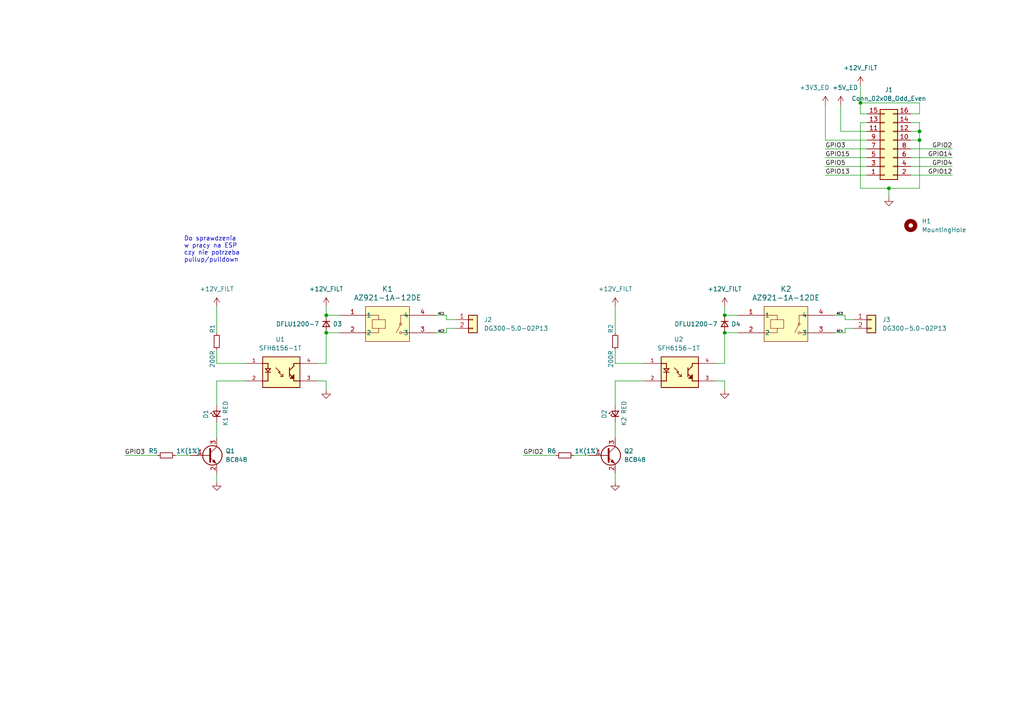
<source format=kicad_sch>
(kicad_sch (version 20211123) (generator eeschema)
  (paper "A4")
  (lib_symbols
    (symbol "+3V3_ED_1" (power) (in_bom no) (on_board no)
      (property "Value" "+3V3_ED_1" (at 0 5.08 0))
      (symbol "+3V3_ED_1_0_1"
        (polyline (pts (xy -0.762 1.27) (xy 0 2.54)))
        (polyline (pts (xy 0 0) (xy 0 2.54)))
        (polyline (pts (xy 0 2.54) (xy 0.762 1.27)))
      )
      (symbol "+3V3_ED_1_1_1"
        (pin power_in line (at 0 0 90) (length 0) hide (name "+3V3_ED") (number "1"))
      )
    )
    (symbol "Connector_Generic:Conn_01x02" (pin_names (offset 1.016) hide)
      (property "Reference" "J" (at 0 2.54 0))
      (property "Value" "Conn_01x02" (at 0 -5.08 0))
      (symbol "Conn_01x02_1_1"
        (rectangle (start -1.27 -2.413) (end 0 -2.667) (stroke (width 0.1524)))
        (rectangle (start -1.27 0.127) (end 0 -0.127) (stroke (width 0.1524)))
        (rectangle (start -1.27 1.27) (end 1.27 -3.81) (stroke (width 0.254)) (fill (type background)))
        (pin passive line (at -5.08 0 0) (length 3.81) (name "Pin_1") (number "1"))
        (pin passive line (at -5.08 -2.54 0) (length 3.81) (name "Pin_2") (number "2"))
      )
    )
    (symbol "Connector_Generic:Conn_02x08_Odd_Even" (pin_names (offset 1.016) hide)
      (property "Reference" "J" (at 1.27 10.16 0))
      (property "Value" "Conn_02x08_Odd_Even" (at 1.27 -12.7 0))
      (symbol "Conn_02x08_Odd_Even_1_1"
        (rectangle (start -1.27 -10.033) (end 0 -10.287) (stroke (width 0.1524)))
        (rectangle (start -1.27 -7.493) (end 0 -7.747) (stroke (width 0.1524)))
        (rectangle (start -1.27 -4.953) (end 0 -5.207) (stroke (width 0.1524)))
        (rectangle (start -1.27 -2.413) (end 0 -2.667) (stroke (width 0.1524)))
        (rectangle (start -1.27 0.127) (end 0 -0.127) (stroke (width 0.1524)))
        (rectangle (start -1.27 2.667) (end 0 2.413) (stroke (width 0.1524)))
        (rectangle (start -1.27 5.207) (end 0 4.953) (stroke (width 0.1524)))
        (rectangle (start -1.27 7.747) (end 0 7.493) (stroke (width 0.1524)))
        (rectangle (start -1.27 8.89) (end 3.81 -11.43) (stroke (width 0.254)) (fill (type background)))
        (rectangle (start 3.81 -10.033) (end 2.54 -10.287) (stroke (width 0.1524)))
        (rectangle (start 3.81 -7.493) (end 2.54 -7.747) (stroke (width 0.1524)))
        (rectangle (start 3.81 -4.953) (end 2.54 -5.207) (stroke (width 0.1524)))
        (rectangle (start 3.81 -2.413) (end 2.54 -2.667) (stroke (width 0.1524)))
        (rectangle (start 3.81 0.127) (end 2.54 -0.127) (stroke (width 0.1524)))
        (rectangle (start 3.81 2.667) (end 2.54 2.413) (stroke (width 0.1524)))
        (rectangle (start 3.81 5.207) (end 2.54 4.953) (stroke (width 0.1524)))
        (rectangle (start 3.81 7.747) (end 2.54 7.493) (stroke (width 0.1524)))
        (pin passive line (at -5.08 7.62 0) (length 3.81) (name "Pin_1") (number "1"))
        (pin passive line (at 7.62 -2.54 180) (length 3.81) (name "Pin_10") (number "10"))
        (pin passive line (at -5.08 -5.08 0) (length 3.81) (name "Pin_11") (number "11"))
        (pin passive line (at 7.62 -5.08 180) (length 3.81) (name "Pin_12") (number "12"))
        (pin passive line (at -5.08 -7.62 0) (length 3.81) (name "Pin_13") (number "13"))
        (pin passive line (at 7.62 -7.62 180) (length 3.81) (name "Pin_14") (number "14"))
        (pin passive line (at -5.08 -10.16 0) (length 3.81) (name "Pin_15") (number "15"))
        (pin passive line (at 7.62 -10.16 180) (length 3.81) (name "Pin_16") (number "16"))
        (pin passive line (at 7.62 7.62 180) (length 3.81) (name "Pin_2") (number "2"))
        (pin passive line (at -5.08 5.08 0) (length 3.81) (name "Pin_3") (number "3"))
        (pin passive line (at 7.62 5.08 180) (length 3.81) (name "Pin_4") (number "4"))
        (pin passive line (at -5.08 2.54 0) (length 3.81) (name "Pin_5") (number "5"))
        (pin passive line (at 7.62 2.54 180) (length 3.81) (name "Pin_6") (number "6"))
        (pin passive line (at -5.08 0 0) (length 3.81) (name "Pin_7") (number "7"))
        (pin passive line (at 7.62 0 180) (length 3.81) (name "Pin_8") (number "8"))
        (pin passive line (at -5.08 -2.54 0) (length 3.81) (name "Pin_9") (number "9"))
      )
    )
    (symbol "Device:D_Small" (pin_numbers hide) (pin_names (offset 0.254) hide)
      (property "Reference" "D" (at -1.27 2.032 0))
      (property "Value" "D_Small" (at -3.81 -2.032 0))
      (symbol "D_Small_0_1"
        (polyline (pts (xy -0.762 -1.016) (xy -0.762 1.016)) (stroke (width 0.254)))
        (polyline (pts (xy -0.762 0) (xy 0.762 0)))
        (polyline (pts (xy 0.762 -1.016) (xy -0.762 0) (xy 0.762 1.016) (xy 0.762 -1.016)) (stroke (width 0.254)))
      )
      (symbol "D_Small_1_1"
        (pin passive line (at -2.54 0 0) (length 1.778) (name "K") (number "1"))
        (pin passive line (at 2.54 0 180) (length 1.778) (name "A") (number "2"))
      )
    )
    (symbol "Device:LED_Small" (pin_numbers hide) (pin_names (offset 0.254) hide)
      (property "Reference" "D" (at -1.27 3.175 0))
      (property "Value" "LED_Small" (at -4.445 -2.54 0))
      (symbol "LED_Small_0_1"
        (polyline (pts (xy -0.762 -1.016) (xy -0.762 1.016)) (stroke (width 0.254)))
        (polyline (pts (xy 1.016 0) (xy -0.762 0)))
        (polyline (pts (xy 0.762 -1.016) (xy -0.762 0) (xy 0.762 1.016) (xy 0.762 -1.016)) (stroke (width 0.254)))
        (polyline (pts (xy 0 0.762) (xy -0.508 1.27) (xy -0.254 1.27) (xy -0.508 1.27) (xy -0.508 1.016)))
        (polyline (pts (xy 0.508 1.27) (xy 0 1.778) (xy 0.254 1.778) (xy 0 1.778) (xy 0 1.524)))
      )
      (symbol "LED_Small_1_1"
        (pin passive line (at -2.54 0 0) (length 1.778) (name "K") (number "1"))
        (pin passive line (at 2.54 0 180) (length 1.778) (name "A") (number "2"))
      )
    )
    (symbol "Device:R_Small" (pin_numbers hide) (pin_names (offset 0.254) hide)
      (property "Reference" "R" (at 0.762 0.508 0))
      (property "Value" "R_Small" (at 0.762 -1.016 0))
      (symbol "R_Small_0_1"
        (rectangle (start -0.762 1.778) (end 0.762 -1.778) (stroke (width 0.2032)))
      )
      (symbol "R_Small_1_1"
        (pin passive line (at 0 2.54 270) (length 0.762) (name "~") (number "1"))
        (pin passive line (at 0 -2.54 90) (length 0.762) (name "~") (number "2"))
      )
    )
    (symbol "Mechanical:MountingHole" (pin_names (offset 1.016))
      (property "Reference" "H" (at 0 5.08 0))
      (property "Value" "MountingHole" (at 0 3.175 0))
      (symbol "MountingHole_0_1"
        (circle (center 0 0) (radius 1.27) (stroke (width 1.27)))
      )
    )
    (symbol "POWER:+12V_FILT" (power) (in_bom no) (on_board no)
      (property "Value" "+12V_FILT" (at 0 6.35 0))
      (symbol "+12V_FILT_0_1"
        (polyline (pts (xy -0.762 1.27) (xy 0 2.54)))
        (polyline (pts (xy 0 0) (xy 0 2.54)))
        (polyline (pts (xy 0 2.54) (xy 0.762 1.27)))
      )
      (symbol "+12V_FILT_1_1"
        (pin power_in line (at 0 0 90) (length 0) hide (name "+12V_FILT") (number "1"))
      )
    )
    (symbol "POWER:+5V_ED" (power) (in_bom no) (on_board no)
      (property "Value" "+5V_ED" (at 0 5.08 0))
      (symbol "+5V_ED_0_1"
        (polyline (pts (xy -0.762 1.27) (xy 0 2.54)))
        (polyline (pts (xy 0 0) (xy 0 2.54)))
        (polyline (pts (xy 0 2.54) (xy 0.762 1.27)))
      )
      (symbol "+5V_ED_1_1"
        (pin power_in line (at 0 0 90) (length 0) hide (name "+5V_ED") (number "1"))
      )
    )
    (symbol "SFH6156-1T:SFH6156-2T" (pin_names (offset 1.016))
      (property "Reference" "U" (at -5.08 5.715 0))
      (property "Value" "SFH6156-2T" (at -5.08 -5.715 0))
      (symbol "SFH6156-2T_0_0"
        (rectangle (start -5.08 5.715) (end 5.715 -3.175) (stroke (width 0.254)) (fill (type background)))
        (polyline (pts (xy -5.08 3.81) (xy -3.556 3.81)) (stroke (width 0.254)))
        (polyline (pts (xy -4.318 1.27) (xy -2.794 1.27)) (stroke (width 0.254)))
        (polyline (pts (xy -4.318 2.286) (xy -3.556 1.524)) (stroke (width 0.254)))
        (polyline (pts (xy -3.556 -1.27) (xy -5.08 -1.27)) (stroke (width 0.254)))
        (polyline (pts (xy -3.556 1.27) (xy -3.556 -1.27)) (stroke (width 0.254)))
        (polyline (pts (xy -3.556 1.524) (xy -2.794 2.286)) (stroke (width 0.254)))
        (polyline (pts (xy -3.556 2.286) (xy -4.318 2.286)) (stroke (width 0.254)))
        (polyline (pts (xy -3.556 2.286) (xy -2.794 2.286)) (stroke (width 0.254)))
        (polyline (pts (xy -3.556 3.81) (xy -3.556 2.286)) (stroke (width 0.254)))
        (polyline (pts (xy -1.27 2.54) (xy 0 1.27)) (stroke (width 0.2032)))
        (polyline (pts (xy -0.508 1.27) (xy 0.762 0)) (stroke (width 0.2032)))
        (polyline (pts (xy 0 1.27) (xy -0.508 1.27)) (stroke (width 0.2032)))
        (polyline (pts (xy 0.762 0) (xy 0 0)) (stroke (width 0.2032)))
        (polyline (pts (xy 0.762 0) (xy 0.762 0.762)) (stroke (width 0.2032)))
        (polyline (pts (xy 2.667 0.508) (xy 2.667 0)) (stroke (width 0.254)))
        (polyline (pts (xy 2.667 0.762) (xy 3.937 -0.508)) (stroke (width 0.254)))
        (polyline (pts (xy 2.667 1.778) (xy 2.667 0.508)) (stroke (width 0.254)))
        (polyline (pts (xy 2.667 1.778) (xy 2.667 2.54)) (stroke (width 0.254)))
        (polyline (pts (xy 2.921 -0.508) (xy 3.683 -0.508)) (stroke (width 0.254)))
        (polyline (pts (xy 3.175 -0.254) (xy 2.921 -0.508)) (stroke (width 0.254)))
        (polyline (pts (xy 3.175 -0.254) (xy 3.429 -0.254)) (stroke (width 0.254)))
        (polyline (pts (xy 3.429 -0.254) (xy 3.683 -0.508)) (stroke (width 0.254)))
        (polyline (pts (xy 3.683 -0.508) (xy 3.683 0)) (stroke (width 0.254)))
        (polyline (pts (xy 3.683 -0.508) (xy 3.937 -0.508)) (stroke (width 0.254)))
        (polyline (pts (xy 3.683 0) (xy 3.429 -0.254)) (stroke (width 0.254)))
        (polyline (pts (xy 3.683 0) (xy 3.937 0.254)) (stroke (width 0.254)))
        (polyline (pts (xy 3.937 -1.27) (xy 3.937 -0.508)) (stroke (width 0.254)))
        (polyline (pts (xy 3.937 -1.27) (xy 5.715 -1.27)) (stroke (width 0.254)))
        (polyline (pts (xy 3.937 -0.508) (xy 3.937 -0.254)) (stroke (width 0.254)))
        (polyline (pts (xy 3.937 -0.254) (xy 3.683 0)) (stroke (width 0.254)))
        (polyline (pts (xy 3.937 -0.254) (xy 3.937 0.254)) (stroke (width 0.254)))
        (polyline (pts (xy 3.937 0.254) (xy 3.937 0.508)) (stroke (width 0.254)))
        (polyline (pts (xy 3.937 0.508) (xy 3.175 -0.254)) (stroke (width 0.254)))
        (polyline (pts (xy 3.937 3.048) (xy 2.667 1.778)) (stroke (width 0.254)))
        (polyline (pts (xy 3.937 3.81) (xy 3.937 3.048)) (stroke (width 0.254)))
        (polyline (pts (xy 5.715 3.81) (xy 3.937 3.81)) (stroke (width 0.254)))
        (pin passive line (at -10.16 3.81 0) (length 5.08) (name "~") (number "1"))
        (pin passive line (at -10.16 -1.27 0) (length 5.08) (name "~") (number "2"))
        (pin passive line (at 10.795 -1.27 180) (length 5.08) (name "~") (number "3"))
        (pin passive line (at 10.795 3.81 180) (length 5.08) (name "~") (number "4"))
      )
    )
    (symbol "SIP4_AZ921_AMZ:AZ921-1A-5DE" (pin_names (offset 0.254))
      (property "Reference" "K" (at 13.97 7.62 0))
      (property "Value" "AZ921-1A-5DE" (at 15.24 5.08 0))
      (symbol "AZ921-1A-5DE_0_1"
        (polyline (pts (xy 7.62 -5.08) (xy 11.43 -5.08)) (stroke (width 0.127)))
        (polyline (pts (xy 7.62 0) (xy 11.43 0)) (stroke (width 0.127)))
        (polyline (pts (xy 9.525 -3.81) (xy 13.335 -3.81)) (stroke (width 0.127)))
        (polyline (pts (xy 9.525 -1.27) (xy 9.525 -3.81)) (stroke (width 0.127)))
        (polyline (pts (xy 11.43 -3.81) (xy 11.43 -5.08)) (stroke (width 0.127)))
        (polyline (pts (xy 11.43 0) (xy 11.43 -1.27)) (stroke (width 0.127)))
        (polyline (pts (xy 13.335 -3.81) (xy 13.335 -1.27)) (stroke (width 0.127)))
        (polyline (pts (xy 13.335 -1.27) (xy 9.525 -1.27)) (stroke (width 0.127)))
        (polyline (pts (xy 17.78 -2.54) (xy 16.51 -5.08)) (stroke (width 0.127)))
        (polyline (pts (xy 17.78 0) (xy 17.78 -2.2225)) (stroke (width 0.127)))
        (polyline (pts (xy 20.32 -5.08) (xy 18.0975 -5.08)) (stroke (width 0.127)))
        (polyline (pts (xy 20.32 0) (xy 17.78 0)) (stroke (width 0.127)))
        (rectangle (start 7.62 2.54) (end 20.32 -7.62) (fill (type background)))
        (circle (center 17.78 -5.08) (radius 0.3048) (stroke (width 0.127)))
        (circle (center 17.78 -2.54) (radius 0.3048) (stroke (width 0.127)))
        (pin unspecified line (at 0 0 0) (length 7.62) (name "1") (number "1"))
        (pin unspecified line (at 0 -5.08 0) (length 7.62) (name "2") (number "2"))
        (pin unspecified line (at 27.94 -5.08 180) (length 7.62) (name "3") (number "3"))
        (pin unspecified line (at 27.94 0 180) (length 7.62) (name "4") (number "4"))
      )
    )
    (symbol "Transistor_BJT:BC848" (pin_names (offset 0) hide)
      (property "Reference" "Q" (at 5.08 1.905 0))
      (property "Value" "BC848" (at 5.08 0 0))
      (symbol "BC848_0_1"
        (polyline (pts (xy 0.635 0.635) (xy 2.54 2.54)))
        (polyline (pts (xy 0.635 -0.635) (xy 2.54 -2.54) (xy 2.54 -2.54)))
        (polyline (pts (xy 0.635 1.905) (xy 0.635 -1.905) (xy 0.635 -1.905)) (stroke (width 0.508)))
        (polyline (pts (xy 1.27 -1.778) (xy 1.778 -1.27) (xy 2.286 -2.286) (xy 1.27 -1.778) (xy 1.27 -1.778)) (fill (type outline)))
        (circle (center 1.27 0) (radius 2.8194) (stroke (width 0.254)))
      )
      (symbol "BC848_1_1"
        (pin input line (at -5.08 0 0) (length 5.715) (name "B") (number "1"))
        (pin passive line (at 2.54 -5.08 90) (length 2.54) (name "E") (number "2"))
        (pin passive line (at 2.54 5.08 270) (length 2.54) (name "C") (number "3"))
      )
    )
    (symbol "power:GND" (power) (pin_names (offset 0))
      (property "Value" "GND" (at 0 -3.81 0))
      (symbol "GND_0_1"
        (polyline (pts (xy 0 0) (xy 0 -1.27) (xy 1.27 -1.27) (xy 0 -2.54) (xy -1.27 -1.27) (xy 0 -1.27)))
      )
      (symbol "GND_1_1"
        (pin power_in line (at 0 0 270) (length 0) hide (name "GND") (number "1"))
      )
    )
  )
  (junction (at 94.615 91.44))
  (junction (at 210.185 91.44))
  (junction (at 266.7 38.1))
  (junction (at 94.615 96.52))
  (junction (at 249.555 29.845))
  (junction (at 210.185 96.52))
  (junction (at 257.81 54.61))
  (junction (at 266.7 40.64))
  (wire (pts (xy 94.615 96.52) (xy 98.425 96.52)))
  (wire (pts (xy 264.16 45.72) (xy 276.225 45.72)))
  (wire (pts (xy 178.435 105.41) (xy 178.435 101.6)))
  (wire (pts (xy 50.8 132.08) (xy 55.245 132.08)))
  (wire (pts (xy 257.81 54.61) (xy 266.7 54.61)))
  (wire (pts (xy 249.555 54.61) (xy 257.81 54.61)))
  (wire (pts (xy 251.46 38.1) (xy 243.84 38.1)))
  (wire (pts (xy 264.16 35.56) (xy 266.7 35.56)))
  (wire (pts (xy 62.865 110.49) (xy 62.865 117.475)))
  (wire (pts (xy 264.16 40.64) (xy 266.7 40.64)))
  (wire (pts (xy 264.16 38.1) (xy 266.7 38.1)))
  (wire (pts (xy 210.185 96.52) (xy 213.995 96.52)))
  (wire (pts (xy 62.865 88.9) (xy 62.865 96.52)))
  (wire (pts (xy 239.395 40.64) (xy 251.46 40.64)))
  (wire (pts (xy 239.395 48.26) (xy 251.46 48.26)))
  (wire (pts (xy 62.865 105.41) (xy 62.865 101.6)))
  (wire (pts (xy 241.935 91.44) (xy 245.11 91.44)))
  (wire (pts (xy 249.555 29.845) (xy 249.555 24.765)))
  (wire (pts (xy 129.54 96.52) (xy 129.54 95.25)))
  (wire (pts (xy 178.435 127) (xy 178.435 122.555)))
  (wire (pts (xy 151.765 132.08) (xy 161.29 132.08)))
  (wire (pts (xy 71.12 105.41) (xy 62.865 105.41)))
  (wire (pts (xy 94.615 91.44) (xy 98.425 91.44)))
  (wire (pts (xy 249.555 33.02) (xy 249.555 29.845)))
  (wire (pts (xy 210.185 105.41) (xy 210.185 96.52)))
  (wire (pts (xy 210.185 88.9) (xy 210.185 91.44)))
  (wire (pts (xy 266.7 40.64) (xy 266.7 54.61)))
  (wire (pts (xy 251.46 33.02) (xy 249.555 33.02)))
  (wire (pts (xy 239.395 45.72) (xy 251.46 45.72)))
  (wire (pts (xy 266.7 35.56) (xy 266.7 38.1)))
  (wire (pts (xy 251.46 35.56) (xy 249.555 35.56)))
  (wire (pts (xy 178.435 88.9) (xy 178.435 96.52)))
  (wire (pts (xy 129.54 92.71) (xy 132.08 92.71)))
  (wire (pts (xy 178.435 110.49) (xy 178.435 117.475)))
  (wire (pts (xy 207.645 110.49) (xy 210.185 110.49)))
  (wire (pts (xy 245.11 95.25) (xy 247.65 95.25)))
  (wire (pts (xy 243.84 38.1) (xy 243.84 30.48)))
  (wire (pts (xy 207.645 105.41) (xy 210.185 105.41)))
  (wire (pts (xy 36.195 132.08) (xy 45.72 132.08)))
  (wire (pts (xy 210.185 110.49) (xy 210.185 113.03)))
  (wire (pts (xy 245.11 91.44) (xy 245.11 92.71)))
  (wire (pts (xy 94.615 105.41) (xy 94.615 96.52)))
  (wire (pts (xy 92.075 110.49) (xy 94.615 110.49)))
  (wire (pts (xy 129.54 95.25) (xy 132.08 95.25)))
  (wire (pts (xy 245.11 96.52) (xy 245.11 95.25)))
  (wire (pts (xy 62.865 139.7) (xy 62.865 137.16)))
  (wire (pts (xy 249.555 29.845) (xy 266.7 29.845)))
  (wire (pts (xy 264.16 48.26) (xy 276.225 48.26)))
  (wire (pts (xy 264.16 43.18) (xy 276.225 43.18)))
  (wire (pts (xy 249.555 35.56) (xy 249.555 54.61)))
  (wire (pts (xy 264.16 50.8) (xy 276.225 50.8)))
  (wire (pts (xy 241.935 96.52) (xy 245.11 96.52)))
  (wire (pts (xy 94.615 88.9) (xy 94.615 91.44)))
  (wire (pts (xy 94.615 110.49) (xy 94.615 113.03)))
  (wire (pts (xy 210.185 91.44) (xy 213.995 91.44)))
  (wire (pts (xy 186.69 105.41) (xy 178.435 105.41)))
  (wire (pts (xy 126.365 91.44) (xy 129.54 91.44)))
  (wire (pts (xy 239.395 43.18) (xy 251.46 43.18)))
  (wire (pts (xy 239.395 50.8) (xy 251.46 50.8)))
  (wire (pts (xy 239.395 30.48) (xy 239.395 40.64)))
  (wire (pts (xy 71.12 110.49) (xy 62.865 110.49)))
  (wire (pts (xy 178.435 139.7) (xy 178.435 137.16)))
  (wire (pts (xy 264.16 33.02) (xy 266.7 33.02)))
  (wire (pts (xy 126.365 96.52) (xy 129.54 96.52)))
  (wire (pts (xy 62.865 127) (xy 62.865 122.555)))
  (wire (pts (xy 266.7 38.1) (xy 266.7 40.64)))
  (wire (pts (xy 266.7 33.02) (xy 266.7 29.845)))
  (wire (pts (xy 129.54 91.44) (xy 129.54 92.71)))
  (wire (pts (xy 186.69 110.49) (xy 178.435 110.49)))
  (wire (pts (xy 257.81 54.61) (xy 257.81 57.15)))
  (wire (pts (xy 245.11 92.71) (xy 247.65 92.71)))
  (wire (pts (xy 166.37 132.08) (xy 170.815 132.08)))
  (wire (pts (xy 92.075 105.41) (xy 94.615 105.41)))
  (text "Do sprawdzenia \nw pracy na ESP\nczy nie potrzeba \npullup/pulldown" (at 53.34 76.2 0) (effects (font (size 1.27 1.27)) (justify left bottom)))
  (label "GPIO15" (at 239.395 45.72 0))
  (label "GPIO3" (at 239.395 43.18 0))
  (label "GPIO12" (at 276.225 50.8 180))
  (label "GPIO5" (at 239.395 48.26 0))
  (label "GPIO13" (at 239.395 50.8 0))
  (label "AC4" (at 242.57 96.52 0) (effects (font (size 0.635 0.635))))
  (label "AC2" (at 127 96.52 0) (effects (font (size 0.635 0.635))))
  (label "GPIO3" (at 36.195 132.08 0))
  (label "AC3" (at 242.57 91.44 0) (effects (font (size 0.635 0.635))))
  (label "GPIO2" (at 151.765 132.08 0))
  (label "AC1" (at 127 91.44 0) (effects (font (size 0.635 0.635))))
  (label "GPIO14" (at 276.225 45.72 180))
  (label "GPIO2" (at 276.225 43.18 180))
  (label "GPIO4" (at 276.225 48.26 180))
  (symbol (lib_id "Connector_Generic:Conn_02x08_Odd_Even") (at 256.54 43.18 0) (mirror x) (unit 1)
    (property "Reference" "J1" (at 257.81 26.035 0))
    (property "Value" "Conn_02x08_Odd_Even" (at 257.81 28.575 0))
    (property "Footprint" "Connector_PinHeader_2.54mm:PinHeader_2x08_P2.54mm_Vertical" (effects hide))
  )
  (symbol (lib_id "Device:R_Small") (at 163.83 132.08 90) (unit 1)
    (property "Reference" "R6" (at 160.02 130.81 90))
    (property "Value" "1K(1%)" (at 170.18 130.81 90))
    (property "Footprint" "Resistor_SMD:R_0805_2012Metric" (effects hide))
  )
  (symbol (lib_id "Device:D_Small") (at 210.185 93.98 270) (unit 1)
    (property "Reference" "D4" (at 212.09 93.98 90) (effects (justify left)))
    (property "Value" "DFLU1200-7" (at 195.58 93.98 90) (effects (justify left)))
    (property "Footprint" "DFLU1200-7:DIODE_DFLU1200_1P93X3_DIO" (effects hide))
  )
  (symbol (lib_id "POWER:+5V_ED") (at 243.84 30.48 0) (unit 1) (in_bom no) (on_board no)
    (property "Reference" "#PWR03" (effects hide))
    (property "Value" "+5V_ED" (at 245.11 25.4 0))
  )
  (symbol (lib_id "power:GND") (at 178.435 139.7 0) (unit 1)
    (property "Reference" "#PWR012" (effects hide))
    (property "Value" "GND" (effects hide))
  )
  (symbol (lib_id "Device:D_Small") (at 94.615 93.98 270) (unit 1)
    (property "Reference" "D3" (at 96.52 93.98 90) (effects (justify left)))
    (property "Value" "DFLU1200-7" (at 80.01 93.98 90) (effects (justify left)))
    (property "Footprint" "DFLU1200-7:DIODE_DFLU1200_1P93X3_DIO" (effects hide))
  )
  (symbol (lib_id "power:GND") (at 210.185 113.03 0) (unit 1)
    (property "Reference" "#PWR010" (effects hide))
    (property "Value" "GND" (effects hide))
  )
  (symbol (lib_id "power:GND") (at 94.615 113.03 0) (unit 1)
    (property "Reference" "#PWR07" (effects hide))
    (property "Value" "GND" (effects hide))
  )
  (symbol (lib_id "Device:R_Small") (at 62.865 99.06 0) (unit 1)
    (property "Reference" "R1" (at 61.595 93.98 90) (effects (justify right)))
    (property "Value" "200R" (at 61.595 101.6 90) (effects (justify right)))
    (property "Footprint" "Resistor_SMD:R_0805_2012Metric" (effects hide))
  )
  (symbol (lib_id "Device:R_Small") (at 48.26 132.08 90) (unit 1)
    (property "Reference" "R5" (at 44.45 130.81 90))
    (property "Value" "1K(1%)" (at 54.61 130.81 90))
    (property "Footprint" "Resistor_SMD:R_0805_2012Metric" (effects hide))
  )
  (symbol (lib_id "POWER:+12V_FILT") (at 210.185 88.9 0) (unit 1) (in_bom no) (on_board no)
    (property "Reference" "#PWR08" (effects hide))
    (property "Value" "+12V_FILT" (at 210.185 83.82 0))
  )
  (symbol (lib_id "Device:LED_Small") (at 62.865 120.015 90) (unit 1)
    (property "Reference" "D1" (at 59.69 118.745 0) (effects (justify right)))
    (property "Value" "K1 RED" (at 65.405 116.205 0) (effects (justify right)))
    (property "Footprint" "LED_SMD:LED_0805_2012Metric" (effects hide))
  )
  (symbol (lib_id "POWER:+12V_FILT") (at 94.615 88.9 0) (unit 1) (in_bom no) (on_board no)
    (property "Reference" "#PWR04" (effects hide))
    (property "Value" "+12V_FILT" (at 94.615 83.82 0))
  )
  (symbol (lib_id "power:GND") (at 62.865 139.7 0) (unit 1)
    (property "Reference" "#PWR011" (effects hide))
    (property "Value" "GND" (effects hide))
  )
  (symbol (lib_id "Device:R_Small") (at 178.435 99.06 0) (unit 1)
    (property "Reference" "R2" (at 177.165 93.98 90) (effects (justify right)))
    (property "Value" "200R" (at 177.165 101.6 90) (effects (justify right)))
    (property "Footprint" "Resistor_SMD:R_0805_2012Metric" (effects hide))
  )
  (symbol (lib_id "SIP4_AZ921_AMZ:AZ921-1A-5DE") (at 213.995 91.44 0) (unit 1)
    (property "Reference" "K2" (at 227.965 83.82 0) (effects (font (size 1.524 1.524))))
    (property "Value" "AZ921-1A-12DE" (at 227.965 86.36 0) (effects (font (size 1.524 1.524))))
    (property "Footprint" "AZ921-1A-5DE:SIP4_AZ921_AMZ" (effects hide))
    (property "Datasheet" "AZ921-1A-5DE" (effects hide))
  )
  (symbol (lib_name "+3V3_ED_1") (lib_id "POWER:+3V3_ED") (at 239.395 30.48 0) (unit 1) (in_bom no) (on_board no)
    (property "Reference" "#PWR02" (effects hide))
    (property "Value" "+3V3_ED" (at 236.22 25.4 0))
  )
  (symbol (lib_id "Device:LED_Small") (at 178.435 120.015 90) (unit 1)
    (property "Reference" "D2" (at 175.26 118.745 0) (effects (justify right)))
    (property "Value" "K2 RED" (at 180.975 116.205 0) (effects (justify right)))
    (property "Footprint" "LED_SMD:LED_0805_2012Metric" (effects hide))
  )
  (symbol (lib_id "SFH6156-1T:SFH6156-2T") (at 81.28 109.22 0) (unit 1)
    (property "Reference" "U1" (at 81.28 98.425 0))
    (property "Value" "SFH6156-1T" (at 81.28 100.965 0))
    (property "Footprint" "SFH6156-1T:SFH6156-1T" (effects hide))
    (property "MF" "Vishay Semiconductor" (effects hide))
    (property "DIGI-KEY_PURCHASE_URL" "https://www.digikey.com/product-detail/en/vishay-semiconductor-opto-division/SFH6156-2T/751-1346-1-ND/1731622?WT.z_cid=ref_snapeda&utm_source=snapeda&utm_medium=aggregator&utm_campaign=buynow" (effects hide))
    (property "DESCRIPTION" "OptoCouplers & OptoIsolators Phototransistor Out Single CTR 63-125%" (effects hide))
    (property "PACKAGE" "SMD-4 Vishay" (effects hide))
    (property "Price" "None" (effects hide))
    (property "Package" "SMD-4 Isocom" (effects hide))
    (property "Check_prices" "https://www.snapeda.com/parts/SFH6156-2T/Vishay+Semiconductor+Opto+Division/view-part/?ref=eda" (effects hide))
    (property "SnapEDA_Link" "https://www.snapeda.com/parts/SFH6156-2T/Vishay+Semiconductor+Opto+Division/view-part/?ref=snap" (effects hide))
    (property "MP" "SFH6156-2T" (effects hide))
    (property "Purchase-URL" "https://www.snapeda.com/api/url_track_click_mouser/?unipart_id=565139&manufacturer=Vishay Semiconductor&part_name=SFH6156-2T&search_term=None" (effects hide))
    (property "DIGI-KEY_PART_NUMBER" "751-1346-1-ND" (effects hide))
    (property "Availability" "In Stock" (effects hide))
    (property "Description" "\nOptoisolator Transistor Output 5300Vrms 1 Channel 4-SMD\n" (effects hide))
  )
  (symbol (lib_id "POWER:+12V_FILT") (at 178.435 88.9 0) (unit 1) (in_bom no) (on_board no)
    (property "Reference" "#PWR09" (effects hide))
    (property "Value" "+12V_FILT" (at 178.435 83.82 0))
  )
  (symbol (lib_id "POWER:+12V_FILT") (at 62.865 88.9 0) (unit 1) (in_bom no) (on_board no)
    (property "Reference" "#PWR06" (effects hide))
    (property "Value" "+12V_FILT" (at 62.865 83.82 0))
  )
  (symbol (lib_id "SFH6156-1T:SFH6156-2T") (at 196.85 109.22 0) (unit 1)
    (property "Reference" "U2" (at 196.85 98.425 0))
    (property "Value" "SFH6156-1T" (at 196.85 100.965 0))
    (property "Footprint" "SFH6156-1T:SFH6156-1T" (effects hide))
    (property "MF" "Vishay Semiconductor" (effects hide))
    (property "DIGI-KEY_PURCHASE_URL" "https://www.digikey.com/product-detail/en/vishay-semiconductor-opto-division/SFH6156-2T/751-1346-1-ND/1731622?WT.z_cid=ref_snapeda&utm_source=snapeda&utm_medium=aggregator&utm_campaign=buynow" (effects hide))
    (property "DESCRIPTION" "OptoCouplers & OptoIsolators Phototransistor Out Single CTR 63-125%" (effects hide))
    (property "PACKAGE" "SMD-4 Vishay" (effects hide))
    (property "Price" "None" (effects hide))
    (property "Package" "SMD-4 Isocom" (effects hide))
    (property "Check_prices" "https://www.snapeda.com/parts/SFH6156-2T/Vishay+Semiconductor+Opto+Division/view-part/?ref=eda" (effects hide))
    (property "SnapEDA_Link" "https://www.snapeda.com/parts/SFH6156-2T/Vishay+Semiconductor+Opto+Division/view-part/?ref=snap" (effects hide))
    (property "MP" "SFH6156-2T" (effects hide))
    (property "Purchase-URL" "https://www.snapeda.com/api/url_track_click_mouser/?unipart_id=565139&manufacturer=Vishay Semiconductor&part_name=SFH6156-2T&search_term=None" (effects hide))
    (property "DIGI-KEY_PART_NUMBER" "751-1346-1-ND" (effects hide))
    (property "Availability" "In Stock" (effects hide))
    (property "Description" "\nOptoisolator Transistor Output 5300Vrms 1 Channel 4-SMD\n" (effects hide))
  )
  (symbol (lib_id "Transistor_BJT:BC848") (at 60.325 132.08 0) (unit 1)
    (property "Reference" "Q1" (at 65.405 130.8099 0) (effects (justify left)))
    (property "Value" "BC848" (at 65.405 133.3499 0) (effects (justify left)))
    (property "Footprint" "Package_TO_SOT_SMD:SOT-23" (effects hide))
    (property "Datasheet" "http://www.infineon.com/dgdl/Infineon-BC847SERIES_BC848SERIES_BC849SERIES_BC850SERIES-DS-v01_01-en.pdf?fileId=db3a304314dca389011541d4630a1657" (effects hide))
  )
  (symbol (lib_id "Connector_Generic:Conn_01x02") (at 137.16 92.71 0) (unit 1)
    (property "Reference" "J2" (at 140.335 92.7099 0) (effects (justify left)))
    (property "Value" "DG300-5.0-02P13" (at 140.335 95.2499 0) (effects (justify left)))
    (property "Footprint" "DG300-5.0-2P:DG300-5.0-2P" (effects hide))
  )
  (symbol (lib_id "power:GND") (at 257.81 57.15 0) (unit 1)
    (property "Reference" "#PWR05" (effects hide))
    (property "Value" "GND" (effects hide))
  )
  (symbol (lib_id "Connector_Generic:Conn_01x02") (at 252.73 92.71 0) (unit 1)
    (property "Reference" "J3" (at 255.905 92.7099 0) (effects (justify left)))
    (property "Value" "DG300-5.0-02P13" (at 255.905 95.2499 0) (effects (justify left)))
    (property "Footprint" "DG300-5.0-2P:DG300-5.0-2P" (effects hide))
  )
  (symbol (lib_id "SIP4_AZ921_AMZ:AZ921-1A-5DE") (at 98.425 91.44 0) (unit 1)
    (property "Reference" "K1" (at 112.395 83.82 0) (effects (font (size 1.524 1.524))))
    (property "Value" "AZ921-1A-12DE" (at 112.395 86.36 0) (effects (font (size 1.524 1.524))))
    (property "Footprint" "AZ921-1A-5DE:SIP4_AZ921_AMZ" (effects hide))
    (property "Datasheet" "AZ921-1A-5DE" (effects hide))
  )
  (symbol (lib_id "Mechanical:MountingHole") (at 264.16 65.405 0) (unit 1)
    (property "Reference" "H1" (at 267.335 64.1349 0) (effects (justify left)))
    (property "Value" "MountingHole" (at 267.335 66.6749 0) (effects (justify left)))
    (property "Footprint" "MountingHole:MountingHole_2.7mm_M2.5" (effects hide))
  )
  (symbol (lib_id "POWER:+12V_FILT") (at 249.555 24.765 0) (unit 1) (in_bom no) (on_board no)
    (property "Reference" "#PWR01" (effects hide))
    (property "Value" "+12V_FILT" (at 249.555 19.685 0))
  )
  (symbol (lib_id "Transistor_BJT:BC848") (at 175.895 132.08 0) (unit 1)
    (property "Reference" "Q2" (at 180.975 130.8099 0) (effects (justify left)))
    (property "Value" "BC848" (at 180.975 133.3499 0) (effects (justify left)))
    (property "Footprint" "Package_TO_SOT_SMD:SOT-23" (effects hide))
    (property "Datasheet" "http://www.infineon.com/dgdl/Infineon-BC847SERIES_BC848SERIES_BC849SERIES_BC850SERIES-DS-v01_01-en.pdf?fileId=db3a304314dca389011541d4630a1657" (effects hide))
  )
)
</source>
